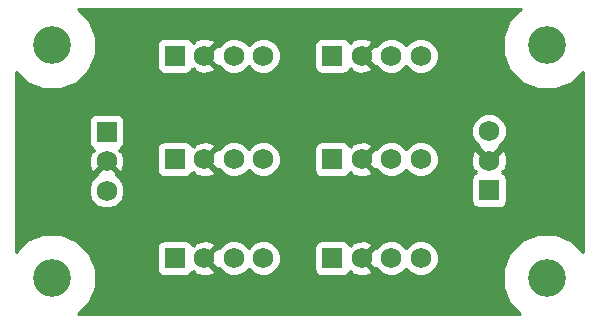
<source format=gbr>
G04 #@! TF.FileFunction,Copper,L2,Bot,Signal*
%FSLAX46Y46*%
G04 Gerber Fmt 4.6, Leading zero omitted, Abs format (unit mm)*
G04 Created by KiCad (PCBNEW 4.0.2+e4-6225~38~ubuntu15.04.1-stable) date di 02 aug 2016 05:28:45 CEST*
%MOMM*%
G01*
G04 APERTURE LIST*
%ADD10C,0.100000*%
%ADD11C,3.200000*%
%ADD12R,1.750000X1.750000*%
%ADD13C,1.750000*%
%ADD14C,0.254000*%
G04 APERTURE END LIST*
D10*
D11*
X184150000Y-130810000D03*
X184150000Y-111125000D03*
X142240000Y-130810000D03*
X142240000Y-111125000D03*
D12*
X146875500Y-118427500D03*
D13*
X146875500Y-120927500D03*
X146875500Y-123427500D03*
D12*
X179260500Y-123380500D03*
D13*
X179260500Y-120880500D03*
X179260500Y-118380500D03*
D12*
X152654000Y-112014000D03*
D13*
X155154000Y-112014000D03*
X157654000Y-112014000D03*
X160154000Y-112014000D03*
D12*
X165989000Y-112014000D03*
D13*
X168489000Y-112014000D03*
X170989000Y-112014000D03*
X173489000Y-112014000D03*
D12*
X152654000Y-120777000D03*
D13*
X155154000Y-120777000D03*
X157654000Y-120777000D03*
X160154000Y-120777000D03*
D12*
X165989000Y-120777000D03*
D13*
X168489000Y-120777000D03*
X170989000Y-120777000D03*
X173489000Y-120777000D03*
D12*
X152654000Y-129159000D03*
D13*
X155154000Y-129159000D03*
X157654000Y-129159000D03*
X160154000Y-129159000D03*
D12*
X165989000Y-129159000D03*
D13*
X168489000Y-129159000D03*
X170989000Y-129159000D03*
X173489000Y-129159000D03*
D14*
G36*
X180992246Y-109011068D02*
X180423649Y-110380402D01*
X180422355Y-111863094D01*
X180988561Y-113233418D01*
X182036068Y-114282754D01*
X183405402Y-114851351D01*
X184888094Y-114852645D01*
X186258418Y-114286439D01*
X187198000Y-113348494D01*
X187198000Y-128587945D01*
X186263932Y-127652246D01*
X184894598Y-127083649D01*
X183411906Y-127082355D01*
X182041582Y-127648561D01*
X180992246Y-128696068D01*
X180423649Y-130065402D01*
X180422355Y-131548094D01*
X180988561Y-132918418D01*
X181926506Y-133858000D01*
X144462055Y-133858000D01*
X145397754Y-132923932D01*
X145966351Y-131554598D01*
X145967645Y-130071906D01*
X145401439Y-128701582D01*
X144984585Y-128284000D01*
X151131560Y-128284000D01*
X151131560Y-130034000D01*
X151175838Y-130269317D01*
X151314910Y-130485441D01*
X151527110Y-130630431D01*
X151779000Y-130681440D01*
X153529000Y-130681440D01*
X153764317Y-130637162D01*
X153980441Y-130498090D01*
X154117994Y-130296774D01*
X154156914Y-130335694D01*
X154271546Y-130221062D01*
X154354884Y-130474953D01*
X154919306Y-130680590D01*
X155519458Y-130654579D01*
X155953116Y-130474953D01*
X156036455Y-130221060D01*
X155154000Y-129338605D01*
X155139858Y-129352748D01*
X154960253Y-129173143D01*
X154974395Y-129159000D01*
X155333605Y-129159000D01*
X156216060Y-130041455D01*
X156364648Y-129992682D01*
X156373138Y-130013229D01*
X156797537Y-130438370D01*
X157352325Y-130668738D01*
X157953040Y-130669262D01*
X158508229Y-130439862D01*
X158904318Y-130044464D01*
X159297537Y-130438370D01*
X159852325Y-130668738D01*
X160453040Y-130669262D01*
X161008229Y-130439862D01*
X161433370Y-130015463D01*
X161663738Y-129460675D01*
X161664262Y-128859960D01*
X161434862Y-128304771D01*
X161414128Y-128284000D01*
X164466560Y-128284000D01*
X164466560Y-130034000D01*
X164510838Y-130269317D01*
X164649910Y-130485441D01*
X164862110Y-130630431D01*
X165114000Y-130681440D01*
X166864000Y-130681440D01*
X167099317Y-130637162D01*
X167315441Y-130498090D01*
X167452994Y-130296774D01*
X167491914Y-130335694D01*
X167606546Y-130221062D01*
X167689884Y-130474953D01*
X168254306Y-130680590D01*
X168854458Y-130654579D01*
X169288116Y-130474953D01*
X169371455Y-130221060D01*
X168489000Y-129338605D01*
X168474858Y-129352748D01*
X168295253Y-129173143D01*
X168309395Y-129159000D01*
X168668605Y-129159000D01*
X169551060Y-130041455D01*
X169699648Y-129992682D01*
X169708138Y-130013229D01*
X170132537Y-130438370D01*
X170687325Y-130668738D01*
X171288040Y-130669262D01*
X171843229Y-130439862D01*
X172239318Y-130044464D01*
X172632537Y-130438370D01*
X173187325Y-130668738D01*
X173788040Y-130669262D01*
X174343229Y-130439862D01*
X174768370Y-130015463D01*
X174998738Y-129460675D01*
X174999262Y-128859960D01*
X174769862Y-128304771D01*
X174345463Y-127879630D01*
X173790675Y-127649262D01*
X173189960Y-127648738D01*
X172634771Y-127878138D01*
X172238682Y-128273536D01*
X171845463Y-127879630D01*
X171290675Y-127649262D01*
X170689960Y-127648738D01*
X170134771Y-127878138D01*
X169709630Y-128302537D01*
X169700108Y-128325469D01*
X169551060Y-128276545D01*
X168668605Y-129159000D01*
X168309395Y-129159000D01*
X168295253Y-129144858D01*
X168474858Y-128965253D01*
X168489000Y-128979395D01*
X169371455Y-128096940D01*
X169288116Y-127843047D01*
X168723694Y-127637410D01*
X168123542Y-127663421D01*
X167689884Y-127843047D01*
X167606546Y-128096938D01*
X167491914Y-127982306D01*
X167450864Y-128023356D01*
X167328090Y-127832559D01*
X167115890Y-127687569D01*
X166864000Y-127636560D01*
X165114000Y-127636560D01*
X164878683Y-127680838D01*
X164662559Y-127819910D01*
X164517569Y-128032110D01*
X164466560Y-128284000D01*
X161414128Y-128284000D01*
X161010463Y-127879630D01*
X160455675Y-127649262D01*
X159854960Y-127648738D01*
X159299771Y-127878138D01*
X158903682Y-128273536D01*
X158510463Y-127879630D01*
X157955675Y-127649262D01*
X157354960Y-127648738D01*
X156799771Y-127878138D01*
X156374630Y-128302537D01*
X156365108Y-128325469D01*
X156216060Y-128276545D01*
X155333605Y-129159000D01*
X154974395Y-129159000D01*
X154960253Y-129144858D01*
X155139858Y-128965253D01*
X155154000Y-128979395D01*
X156036455Y-128096940D01*
X155953116Y-127843047D01*
X155388694Y-127637410D01*
X154788542Y-127663421D01*
X154354884Y-127843047D01*
X154271546Y-128096938D01*
X154156914Y-127982306D01*
X154115864Y-128023356D01*
X153993090Y-127832559D01*
X153780890Y-127687569D01*
X153529000Y-127636560D01*
X151779000Y-127636560D01*
X151543683Y-127680838D01*
X151327559Y-127819910D01*
X151182569Y-128032110D01*
X151131560Y-128284000D01*
X144984585Y-128284000D01*
X144353932Y-127652246D01*
X142984598Y-127083649D01*
X141501906Y-127082355D01*
X140131582Y-127648561D01*
X139192000Y-128586506D01*
X139192000Y-123726540D01*
X145365238Y-123726540D01*
X145594638Y-124281729D01*
X146019037Y-124706870D01*
X146573825Y-124937238D01*
X147174540Y-124937762D01*
X147729729Y-124708362D01*
X148154870Y-124283963D01*
X148385238Y-123729175D01*
X148385762Y-123128460D01*
X148156362Y-122573271D01*
X148088710Y-122505500D01*
X177738060Y-122505500D01*
X177738060Y-124255500D01*
X177782338Y-124490817D01*
X177921410Y-124706941D01*
X178133610Y-124851931D01*
X178385500Y-124902940D01*
X180135500Y-124902940D01*
X180370817Y-124858662D01*
X180586941Y-124719590D01*
X180731931Y-124507390D01*
X180782940Y-124255500D01*
X180782940Y-122505500D01*
X180738662Y-122270183D01*
X180599590Y-122054059D01*
X180398274Y-121916506D01*
X180437194Y-121877586D01*
X180322562Y-121762954D01*
X180576453Y-121679616D01*
X180782090Y-121115194D01*
X180756079Y-120515042D01*
X180576453Y-120081384D01*
X180322560Y-119998045D01*
X179440105Y-120880500D01*
X179454248Y-120894643D01*
X179274643Y-121074248D01*
X179260500Y-121060105D01*
X179246358Y-121074248D01*
X179066753Y-120894643D01*
X179080895Y-120880500D01*
X178198440Y-119998045D01*
X177944547Y-120081384D01*
X177738910Y-120645806D01*
X177764921Y-121245958D01*
X177944547Y-121679616D01*
X178198438Y-121762954D01*
X178083806Y-121877586D01*
X178124856Y-121918636D01*
X177934059Y-122041410D01*
X177789069Y-122253610D01*
X177738060Y-122505500D01*
X148088710Y-122505500D01*
X147731963Y-122148130D01*
X147709031Y-122138608D01*
X147757955Y-121989560D01*
X146875500Y-121107105D01*
X145993045Y-121989560D01*
X146041818Y-122138148D01*
X146021271Y-122146638D01*
X145596130Y-122571037D01*
X145365762Y-123125825D01*
X145365238Y-123726540D01*
X139192000Y-123726540D01*
X139192000Y-117552500D01*
X145353060Y-117552500D01*
X145353060Y-119302500D01*
X145397338Y-119537817D01*
X145536410Y-119753941D01*
X145737726Y-119891494D01*
X145698806Y-119930414D01*
X145813438Y-120045046D01*
X145559547Y-120128384D01*
X145353910Y-120692806D01*
X145379921Y-121292958D01*
X145559547Y-121726616D01*
X145813440Y-121809955D01*
X146695895Y-120927500D01*
X146681753Y-120913358D01*
X146861358Y-120733753D01*
X146875500Y-120747895D01*
X146889643Y-120733753D01*
X147069248Y-120913358D01*
X147055105Y-120927500D01*
X147937560Y-121809955D01*
X148191453Y-121726616D01*
X148397090Y-121162194D01*
X148371079Y-120562042D01*
X148191453Y-120128384D01*
X147937562Y-120045046D01*
X148052194Y-119930414D01*
X148023780Y-119902000D01*
X151131560Y-119902000D01*
X151131560Y-121652000D01*
X151175838Y-121887317D01*
X151314910Y-122103441D01*
X151527110Y-122248431D01*
X151779000Y-122299440D01*
X153529000Y-122299440D01*
X153764317Y-122255162D01*
X153980441Y-122116090D01*
X154117994Y-121914774D01*
X154156914Y-121953694D01*
X154271546Y-121839062D01*
X154354884Y-122092953D01*
X154919306Y-122298590D01*
X155519458Y-122272579D01*
X155953116Y-122092953D01*
X156036455Y-121839060D01*
X155154000Y-120956605D01*
X155139858Y-120970748D01*
X154960253Y-120791143D01*
X154974395Y-120777000D01*
X155333605Y-120777000D01*
X156216060Y-121659455D01*
X156364648Y-121610682D01*
X156373138Y-121631229D01*
X156797537Y-122056370D01*
X157352325Y-122286738D01*
X157953040Y-122287262D01*
X158508229Y-122057862D01*
X158904318Y-121662464D01*
X159297537Y-122056370D01*
X159852325Y-122286738D01*
X160453040Y-122287262D01*
X161008229Y-122057862D01*
X161433370Y-121633463D01*
X161663738Y-121078675D01*
X161664262Y-120477960D01*
X161434862Y-119922771D01*
X161414128Y-119902000D01*
X164466560Y-119902000D01*
X164466560Y-121652000D01*
X164510838Y-121887317D01*
X164649910Y-122103441D01*
X164862110Y-122248431D01*
X165114000Y-122299440D01*
X166864000Y-122299440D01*
X167099317Y-122255162D01*
X167315441Y-122116090D01*
X167452994Y-121914774D01*
X167491914Y-121953694D01*
X167606546Y-121839062D01*
X167689884Y-122092953D01*
X168254306Y-122298590D01*
X168854458Y-122272579D01*
X169288116Y-122092953D01*
X169371455Y-121839060D01*
X168489000Y-120956605D01*
X168474858Y-120970748D01*
X168295253Y-120791143D01*
X168309395Y-120777000D01*
X168668605Y-120777000D01*
X169551060Y-121659455D01*
X169699648Y-121610682D01*
X169708138Y-121631229D01*
X170132537Y-122056370D01*
X170687325Y-122286738D01*
X171288040Y-122287262D01*
X171843229Y-122057862D01*
X172239318Y-121662464D01*
X172632537Y-122056370D01*
X173187325Y-122286738D01*
X173788040Y-122287262D01*
X174343229Y-122057862D01*
X174768370Y-121633463D01*
X174998738Y-121078675D01*
X174999262Y-120477960D01*
X174769862Y-119922771D01*
X174345463Y-119497630D01*
X173790675Y-119267262D01*
X173189960Y-119266738D01*
X172634771Y-119496138D01*
X172238682Y-119891536D01*
X171845463Y-119497630D01*
X171290675Y-119267262D01*
X170689960Y-119266738D01*
X170134771Y-119496138D01*
X169709630Y-119920537D01*
X169700108Y-119943469D01*
X169551060Y-119894545D01*
X168668605Y-120777000D01*
X168309395Y-120777000D01*
X168295253Y-120762858D01*
X168474858Y-120583253D01*
X168489000Y-120597395D01*
X169371455Y-119714940D01*
X169288116Y-119461047D01*
X168723694Y-119255410D01*
X168123542Y-119281421D01*
X167689884Y-119461047D01*
X167606546Y-119714938D01*
X167491914Y-119600306D01*
X167450864Y-119641356D01*
X167328090Y-119450559D01*
X167115890Y-119305569D01*
X166864000Y-119254560D01*
X165114000Y-119254560D01*
X164878683Y-119298838D01*
X164662559Y-119437910D01*
X164517569Y-119650110D01*
X164466560Y-119902000D01*
X161414128Y-119902000D01*
X161010463Y-119497630D01*
X160455675Y-119267262D01*
X159854960Y-119266738D01*
X159299771Y-119496138D01*
X158903682Y-119891536D01*
X158510463Y-119497630D01*
X157955675Y-119267262D01*
X157354960Y-119266738D01*
X156799771Y-119496138D01*
X156374630Y-119920537D01*
X156365108Y-119943469D01*
X156216060Y-119894545D01*
X155333605Y-120777000D01*
X154974395Y-120777000D01*
X154960253Y-120762858D01*
X155139858Y-120583253D01*
X155154000Y-120597395D01*
X156036455Y-119714940D01*
X155953116Y-119461047D01*
X155388694Y-119255410D01*
X154788542Y-119281421D01*
X154354884Y-119461047D01*
X154271546Y-119714938D01*
X154156914Y-119600306D01*
X154115864Y-119641356D01*
X153993090Y-119450559D01*
X153780890Y-119305569D01*
X153529000Y-119254560D01*
X151779000Y-119254560D01*
X151543683Y-119298838D01*
X151327559Y-119437910D01*
X151182569Y-119650110D01*
X151131560Y-119902000D01*
X148023780Y-119902000D01*
X148011144Y-119889364D01*
X148201941Y-119766590D01*
X148346931Y-119554390D01*
X148397940Y-119302500D01*
X148397940Y-118679540D01*
X177750238Y-118679540D01*
X177979638Y-119234729D01*
X178404037Y-119659870D01*
X178426969Y-119669392D01*
X178378045Y-119818440D01*
X179260500Y-120700895D01*
X180142955Y-119818440D01*
X180094182Y-119669852D01*
X180114729Y-119661362D01*
X180539870Y-119236963D01*
X180770238Y-118682175D01*
X180770762Y-118081460D01*
X180541362Y-117526271D01*
X180116963Y-117101130D01*
X179562175Y-116870762D01*
X178961460Y-116870238D01*
X178406271Y-117099638D01*
X177981130Y-117524037D01*
X177750762Y-118078825D01*
X177750238Y-118679540D01*
X148397940Y-118679540D01*
X148397940Y-117552500D01*
X148353662Y-117317183D01*
X148214590Y-117101059D01*
X148002390Y-116956069D01*
X147750500Y-116905060D01*
X146000500Y-116905060D01*
X145765183Y-116949338D01*
X145549059Y-117088410D01*
X145404069Y-117300610D01*
X145353060Y-117552500D01*
X139192000Y-117552500D01*
X139192000Y-113347055D01*
X140126068Y-114282754D01*
X141495402Y-114851351D01*
X142978094Y-114852645D01*
X144348418Y-114286439D01*
X145397754Y-113238932D01*
X145966351Y-111869598D01*
X145966988Y-111139000D01*
X151131560Y-111139000D01*
X151131560Y-112889000D01*
X151175838Y-113124317D01*
X151314910Y-113340441D01*
X151527110Y-113485431D01*
X151779000Y-113536440D01*
X153529000Y-113536440D01*
X153764317Y-113492162D01*
X153980441Y-113353090D01*
X154117994Y-113151774D01*
X154156914Y-113190694D01*
X154271546Y-113076062D01*
X154354884Y-113329953D01*
X154919306Y-113535590D01*
X155519458Y-113509579D01*
X155953116Y-113329953D01*
X156036455Y-113076060D01*
X155154000Y-112193605D01*
X155139858Y-112207748D01*
X154960253Y-112028143D01*
X154974395Y-112014000D01*
X155333605Y-112014000D01*
X156216060Y-112896455D01*
X156364648Y-112847682D01*
X156373138Y-112868229D01*
X156797537Y-113293370D01*
X157352325Y-113523738D01*
X157953040Y-113524262D01*
X158508229Y-113294862D01*
X158904318Y-112899464D01*
X159297537Y-113293370D01*
X159852325Y-113523738D01*
X160453040Y-113524262D01*
X161008229Y-113294862D01*
X161433370Y-112870463D01*
X161663738Y-112315675D01*
X161664262Y-111714960D01*
X161434862Y-111159771D01*
X161414128Y-111139000D01*
X164466560Y-111139000D01*
X164466560Y-112889000D01*
X164510838Y-113124317D01*
X164649910Y-113340441D01*
X164862110Y-113485431D01*
X165114000Y-113536440D01*
X166864000Y-113536440D01*
X167099317Y-113492162D01*
X167315441Y-113353090D01*
X167452994Y-113151774D01*
X167491914Y-113190694D01*
X167606546Y-113076062D01*
X167689884Y-113329953D01*
X168254306Y-113535590D01*
X168854458Y-113509579D01*
X169288116Y-113329953D01*
X169371455Y-113076060D01*
X168489000Y-112193605D01*
X168474858Y-112207748D01*
X168295253Y-112028143D01*
X168309395Y-112014000D01*
X168668605Y-112014000D01*
X169551060Y-112896455D01*
X169699648Y-112847682D01*
X169708138Y-112868229D01*
X170132537Y-113293370D01*
X170687325Y-113523738D01*
X171288040Y-113524262D01*
X171843229Y-113294862D01*
X172239318Y-112899464D01*
X172632537Y-113293370D01*
X173187325Y-113523738D01*
X173788040Y-113524262D01*
X174343229Y-113294862D01*
X174768370Y-112870463D01*
X174998738Y-112315675D01*
X174999262Y-111714960D01*
X174769862Y-111159771D01*
X174345463Y-110734630D01*
X173790675Y-110504262D01*
X173189960Y-110503738D01*
X172634771Y-110733138D01*
X172238682Y-111128536D01*
X171845463Y-110734630D01*
X171290675Y-110504262D01*
X170689960Y-110503738D01*
X170134771Y-110733138D01*
X169709630Y-111157537D01*
X169700108Y-111180469D01*
X169551060Y-111131545D01*
X168668605Y-112014000D01*
X168309395Y-112014000D01*
X168295253Y-111999858D01*
X168474858Y-111820253D01*
X168489000Y-111834395D01*
X169371455Y-110951940D01*
X169288116Y-110698047D01*
X168723694Y-110492410D01*
X168123542Y-110518421D01*
X167689884Y-110698047D01*
X167606546Y-110951938D01*
X167491914Y-110837306D01*
X167450864Y-110878356D01*
X167328090Y-110687559D01*
X167115890Y-110542569D01*
X166864000Y-110491560D01*
X165114000Y-110491560D01*
X164878683Y-110535838D01*
X164662559Y-110674910D01*
X164517569Y-110887110D01*
X164466560Y-111139000D01*
X161414128Y-111139000D01*
X161010463Y-110734630D01*
X160455675Y-110504262D01*
X159854960Y-110503738D01*
X159299771Y-110733138D01*
X158903682Y-111128536D01*
X158510463Y-110734630D01*
X157955675Y-110504262D01*
X157354960Y-110503738D01*
X156799771Y-110733138D01*
X156374630Y-111157537D01*
X156365108Y-111180469D01*
X156216060Y-111131545D01*
X155333605Y-112014000D01*
X154974395Y-112014000D01*
X154960253Y-111999858D01*
X155139858Y-111820253D01*
X155154000Y-111834395D01*
X156036455Y-110951940D01*
X155953116Y-110698047D01*
X155388694Y-110492410D01*
X154788542Y-110518421D01*
X154354884Y-110698047D01*
X154271546Y-110951938D01*
X154156914Y-110837306D01*
X154115864Y-110878356D01*
X153993090Y-110687559D01*
X153780890Y-110542569D01*
X153529000Y-110491560D01*
X151779000Y-110491560D01*
X151543683Y-110535838D01*
X151327559Y-110674910D01*
X151182569Y-110887110D01*
X151131560Y-111139000D01*
X145966988Y-111139000D01*
X145967645Y-110386906D01*
X145401439Y-109016582D01*
X144463494Y-108077000D01*
X181927945Y-108077000D01*
X180992246Y-109011068D01*
X180992246Y-109011068D01*
G37*
X180992246Y-109011068D02*
X180423649Y-110380402D01*
X180422355Y-111863094D01*
X180988561Y-113233418D01*
X182036068Y-114282754D01*
X183405402Y-114851351D01*
X184888094Y-114852645D01*
X186258418Y-114286439D01*
X187198000Y-113348494D01*
X187198000Y-128587945D01*
X186263932Y-127652246D01*
X184894598Y-127083649D01*
X183411906Y-127082355D01*
X182041582Y-127648561D01*
X180992246Y-128696068D01*
X180423649Y-130065402D01*
X180422355Y-131548094D01*
X180988561Y-132918418D01*
X181926506Y-133858000D01*
X144462055Y-133858000D01*
X145397754Y-132923932D01*
X145966351Y-131554598D01*
X145967645Y-130071906D01*
X145401439Y-128701582D01*
X144984585Y-128284000D01*
X151131560Y-128284000D01*
X151131560Y-130034000D01*
X151175838Y-130269317D01*
X151314910Y-130485441D01*
X151527110Y-130630431D01*
X151779000Y-130681440D01*
X153529000Y-130681440D01*
X153764317Y-130637162D01*
X153980441Y-130498090D01*
X154117994Y-130296774D01*
X154156914Y-130335694D01*
X154271546Y-130221062D01*
X154354884Y-130474953D01*
X154919306Y-130680590D01*
X155519458Y-130654579D01*
X155953116Y-130474953D01*
X156036455Y-130221060D01*
X155154000Y-129338605D01*
X155139858Y-129352748D01*
X154960253Y-129173143D01*
X154974395Y-129159000D01*
X155333605Y-129159000D01*
X156216060Y-130041455D01*
X156364648Y-129992682D01*
X156373138Y-130013229D01*
X156797537Y-130438370D01*
X157352325Y-130668738D01*
X157953040Y-130669262D01*
X158508229Y-130439862D01*
X158904318Y-130044464D01*
X159297537Y-130438370D01*
X159852325Y-130668738D01*
X160453040Y-130669262D01*
X161008229Y-130439862D01*
X161433370Y-130015463D01*
X161663738Y-129460675D01*
X161664262Y-128859960D01*
X161434862Y-128304771D01*
X161414128Y-128284000D01*
X164466560Y-128284000D01*
X164466560Y-130034000D01*
X164510838Y-130269317D01*
X164649910Y-130485441D01*
X164862110Y-130630431D01*
X165114000Y-130681440D01*
X166864000Y-130681440D01*
X167099317Y-130637162D01*
X167315441Y-130498090D01*
X167452994Y-130296774D01*
X167491914Y-130335694D01*
X167606546Y-130221062D01*
X167689884Y-130474953D01*
X168254306Y-130680590D01*
X168854458Y-130654579D01*
X169288116Y-130474953D01*
X169371455Y-130221060D01*
X168489000Y-129338605D01*
X168474858Y-129352748D01*
X168295253Y-129173143D01*
X168309395Y-129159000D01*
X168668605Y-129159000D01*
X169551060Y-130041455D01*
X169699648Y-129992682D01*
X169708138Y-130013229D01*
X170132537Y-130438370D01*
X170687325Y-130668738D01*
X171288040Y-130669262D01*
X171843229Y-130439862D01*
X172239318Y-130044464D01*
X172632537Y-130438370D01*
X173187325Y-130668738D01*
X173788040Y-130669262D01*
X174343229Y-130439862D01*
X174768370Y-130015463D01*
X174998738Y-129460675D01*
X174999262Y-128859960D01*
X174769862Y-128304771D01*
X174345463Y-127879630D01*
X173790675Y-127649262D01*
X173189960Y-127648738D01*
X172634771Y-127878138D01*
X172238682Y-128273536D01*
X171845463Y-127879630D01*
X171290675Y-127649262D01*
X170689960Y-127648738D01*
X170134771Y-127878138D01*
X169709630Y-128302537D01*
X169700108Y-128325469D01*
X169551060Y-128276545D01*
X168668605Y-129159000D01*
X168309395Y-129159000D01*
X168295253Y-129144858D01*
X168474858Y-128965253D01*
X168489000Y-128979395D01*
X169371455Y-128096940D01*
X169288116Y-127843047D01*
X168723694Y-127637410D01*
X168123542Y-127663421D01*
X167689884Y-127843047D01*
X167606546Y-128096938D01*
X167491914Y-127982306D01*
X167450864Y-128023356D01*
X167328090Y-127832559D01*
X167115890Y-127687569D01*
X166864000Y-127636560D01*
X165114000Y-127636560D01*
X164878683Y-127680838D01*
X164662559Y-127819910D01*
X164517569Y-128032110D01*
X164466560Y-128284000D01*
X161414128Y-128284000D01*
X161010463Y-127879630D01*
X160455675Y-127649262D01*
X159854960Y-127648738D01*
X159299771Y-127878138D01*
X158903682Y-128273536D01*
X158510463Y-127879630D01*
X157955675Y-127649262D01*
X157354960Y-127648738D01*
X156799771Y-127878138D01*
X156374630Y-128302537D01*
X156365108Y-128325469D01*
X156216060Y-128276545D01*
X155333605Y-129159000D01*
X154974395Y-129159000D01*
X154960253Y-129144858D01*
X155139858Y-128965253D01*
X155154000Y-128979395D01*
X156036455Y-128096940D01*
X155953116Y-127843047D01*
X155388694Y-127637410D01*
X154788542Y-127663421D01*
X154354884Y-127843047D01*
X154271546Y-128096938D01*
X154156914Y-127982306D01*
X154115864Y-128023356D01*
X153993090Y-127832559D01*
X153780890Y-127687569D01*
X153529000Y-127636560D01*
X151779000Y-127636560D01*
X151543683Y-127680838D01*
X151327559Y-127819910D01*
X151182569Y-128032110D01*
X151131560Y-128284000D01*
X144984585Y-128284000D01*
X144353932Y-127652246D01*
X142984598Y-127083649D01*
X141501906Y-127082355D01*
X140131582Y-127648561D01*
X139192000Y-128586506D01*
X139192000Y-123726540D01*
X145365238Y-123726540D01*
X145594638Y-124281729D01*
X146019037Y-124706870D01*
X146573825Y-124937238D01*
X147174540Y-124937762D01*
X147729729Y-124708362D01*
X148154870Y-124283963D01*
X148385238Y-123729175D01*
X148385762Y-123128460D01*
X148156362Y-122573271D01*
X148088710Y-122505500D01*
X177738060Y-122505500D01*
X177738060Y-124255500D01*
X177782338Y-124490817D01*
X177921410Y-124706941D01*
X178133610Y-124851931D01*
X178385500Y-124902940D01*
X180135500Y-124902940D01*
X180370817Y-124858662D01*
X180586941Y-124719590D01*
X180731931Y-124507390D01*
X180782940Y-124255500D01*
X180782940Y-122505500D01*
X180738662Y-122270183D01*
X180599590Y-122054059D01*
X180398274Y-121916506D01*
X180437194Y-121877586D01*
X180322562Y-121762954D01*
X180576453Y-121679616D01*
X180782090Y-121115194D01*
X180756079Y-120515042D01*
X180576453Y-120081384D01*
X180322560Y-119998045D01*
X179440105Y-120880500D01*
X179454248Y-120894643D01*
X179274643Y-121074248D01*
X179260500Y-121060105D01*
X179246358Y-121074248D01*
X179066753Y-120894643D01*
X179080895Y-120880500D01*
X178198440Y-119998045D01*
X177944547Y-120081384D01*
X177738910Y-120645806D01*
X177764921Y-121245958D01*
X177944547Y-121679616D01*
X178198438Y-121762954D01*
X178083806Y-121877586D01*
X178124856Y-121918636D01*
X177934059Y-122041410D01*
X177789069Y-122253610D01*
X177738060Y-122505500D01*
X148088710Y-122505500D01*
X147731963Y-122148130D01*
X147709031Y-122138608D01*
X147757955Y-121989560D01*
X146875500Y-121107105D01*
X145993045Y-121989560D01*
X146041818Y-122138148D01*
X146021271Y-122146638D01*
X145596130Y-122571037D01*
X145365762Y-123125825D01*
X145365238Y-123726540D01*
X139192000Y-123726540D01*
X139192000Y-117552500D01*
X145353060Y-117552500D01*
X145353060Y-119302500D01*
X145397338Y-119537817D01*
X145536410Y-119753941D01*
X145737726Y-119891494D01*
X145698806Y-119930414D01*
X145813438Y-120045046D01*
X145559547Y-120128384D01*
X145353910Y-120692806D01*
X145379921Y-121292958D01*
X145559547Y-121726616D01*
X145813440Y-121809955D01*
X146695895Y-120927500D01*
X146681753Y-120913358D01*
X146861358Y-120733753D01*
X146875500Y-120747895D01*
X146889643Y-120733753D01*
X147069248Y-120913358D01*
X147055105Y-120927500D01*
X147937560Y-121809955D01*
X148191453Y-121726616D01*
X148397090Y-121162194D01*
X148371079Y-120562042D01*
X148191453Y-120128384D01*
X147937562Y-120045046D01*
X148052194Y-119930414D01*
X148023780Y-119902000D01*
X151131560Y-119902000D01*
X151131560Y-121652000D01*
X151175838Y-121887317D01*
X151314910Y-122103441D01*
X151527110Y-122248431D01*
X151779000Y-122299440D01*
X153529000Y-122299440D01*
X153764317Y-122255162D01*
X153980441Y-122116090D01*
X154117994Y-121914774D01*
X154156914Y-121953694D01*
X154271546Y-121839062D01*
X154354884Y-122092953D01*
X154919306Y-122298590D01*
X155519458Y-122272579D01*
X155953116Y-122092953D01*
X156036455Y-121839060D01*
X155154000Y-120956605D01*
X155139858Y-120970748D01*
X154960253Y-120791143D01*
X154974395Y-120777000D01*
X155333605Y-120777000D01*
X156216060Y-121659455D01*
X156364648Y-121610682D01*
X156373138Y-121631229D01*
X156797537Y-122056370D01*
X157352325Y-122286738D01*
X157953040Y-122287262D01*
X158508229Y-122057862D01*
X158904318Y-121662464D01*
X159297537Y-122056370D01*
X159852325Y-122286738D01*
X160453040Y-122287262D01*
X161008229Y-122057862D01*
X161433370Y-121633463D01*
X161663738Y-121078675D01*
X161664262Y-120477960D01*
X161434862Y-119922771D01*
X161414128Y-119902000D01*
X164466560Y-119902000D01*
X164466560Y-121652000D01*
X164510838Y-121887317D01*
X164649910Y-122103441D01*
X164862110Y-122248431D01*
X165114000Y-122299440D01*
X166864000Y-122299440D01*
X167099317Y-122255162D01*
X167315441Y-122116090D01*
X167452994Y-121914774D01*
X167491914Y-121953694D01*
X167606546Y-121839062D01*
X167689884Y-122092953D01*
X168254306Y-122298590D01*
X168854458Y-122272579D01*
X169288116Y-122092953D01*
X169371455Y-121839060D01*
X168489000Y-120956605D01*
X168474858Y-120970748D01*
X168295253Y-120791143D01*
X168309395Y-120777000D01*
X168668605Y-120777000D01*
X169551060Y-121659455D01*
X169699648Y-121610682D01*
X169708138Y-121631229D01*
X170132537Y-122056370D01*
X170687325Y-122286738D01*
X171288040Y-122287262D01*
X171843229Y-122057862D01*
X172239318Y-121662464D01*
X172632537Y-122056370D01*
X173187325Y-122286738D01*
X173788040Y-122287262D01*
X174343229Y-122057862D01*
X174768370Y-121633463D01*
X174998738Y-121078675D01*
X174999262Y-120477960D01*
X174769862Y-119922771D01*
X174345463Y-119497630D01*
X173790675Y-119267262D01*
X173189960Y-119266738D01*
X172634771Y-119496138D01*
X172238682Y-119891536D01*
X171845463Y-119497630D01*
X171290675Y-119267262D01*
X170689960Y-119266738D01*
X170134771Y-119496138D01*
X169709630Y-119920537D01*
X169700108Y-119943469D01*
X169551060Y-119894545D01*
X168668605Y-120777000D01*
X168309395Y-120777000D01*
X168295253Y-120762858D01*
X168474858Y-120583253D01*
X168489000Y-120597395D01*
X169371455Y-119714940D01*
X169288116Y-119461047D01*
X168723694Y-119255410D01*
X168123542Y-119281421D01*
X167689884Y-119461047D01*
X167606546Y-119714938D01*
X167491914Y-119600306D01*
X167450864Y-119641356D01*
X167328090Y-119450559D01*
X167115890Y-119305569D01*
X166864000Y-119254560D01*
X165114000Y-119254560D01*
X164878683Y-119298838D01*
X164662559Y-119437910D01*
X164517569Y-119650110D01*
X164466560Y-119902000D01*
X161414128Y-119902000D01*
X161010463Y-119497630D01*
X160455675Y-119267262D01*
X159854960Y-119266738D01*
X159299771Y-119496138D01*
X158903682Y-119891536D01*
X158510463Y-119497630D01*
X157955675Y-119267262D01*
X157354960Y-119266738D01*
X156799771Y-119496138D01*
X156374630Y-119920537D01*
X156365108Y-119943469D01*
X156216060Y-119894545D01*
X155333605Y-120777000D01*
X154974395Y-120777000D01*
X154960253Y-120762858D01*
X155139858Y-120583253D01*
X155154000Y-120597395D01*
X156036455Y-119714940D01*
X155953116Y-119461047D01*
X155388694Y-119255410D01*
X154788542Y-119281421D01*
X154354884Y-119461047D01*
X154271546Y-119714938D01*
X154156914Y-119600306D01*
X154115864Y-119641356D01*
X153993090Y-119450559D01*
X153780890Y-119305569D01*
X153529000Y-119254560D01*
X151779000Y-119254560D01*
X151543683Y-119298838D01*
X151327559Y-119437910D01*
X151182569Y-119650110D01*
X151131560Y-119902000D01*
X148023780Y-119902000D01*
X148011144Y-119889364D01*
X148201941Y-119766590D01*
X148346931Y-119554390D01*
X148397940Y-119302500D01*
X148397940Y-118679540D01*
X177750238Y-118679540D01*
X177979638Y-119234729D01*
X178404037Y-119659870D01*
X178426969Y-119669392D01*
X178378045Y-119818440D01*
X179260500Y-120700895D01*
X180142955Y-119818440D01*
X180094182Y-119669852D01*
X180114729Y-119661362D01*
X180539870Y-119236963D01*
X180770238Y-118682175D01*
X180770762Y-118081460D01*
X180541362Y-117526271D01*
X180116963Y-117101130D01*
X179562175Y-116870762D01*
X178961460Y-116870238D01*
X178406271Y-117099638D01*
X177981130Y-117524037D01*
X177750762Y-118078825D01*
X177750238Y-118679540D01*
X148397940Y-118679540D01*
X148397940Y-117552500D01*
X148353662Y-117317183D01*
X148214590Y-117101059D01*
X148002390Y-116956069D01*
X147750500Y-116905060D01*
X146000500Y-116905060D01*
X145765183Y-116949338D01*
X145549059Y-117088410D01*
X145404069Y-117300610D01*
X145353060Y-117552500D01*
X139192000Y-117552500D01*
X139192000Y-113347055D01*
X140126068Y-114282754D01*
X141495402Y-114851351D01*
X142978094Y-114852645D01*
X144348418Y-114286439D01*
X145397754Y-113238932D01*
X145966351Y-111869598D01*
X145966988Y-111139000D01*
X151131560Y-111139000D01*
X151131560Y-112889000D01*
X151175838Y-113124317D01*
X151314910Y-113340441D01*
X151527110Y-113485431D01*
X151779000Y-113536440D01*
X153529000Y-113536440D01*
X153764317Y-113492162D01*
X153980441Y-113353090D01*
X154117994Y-113151774D01*
X154156914Y-113190694D01*
X154271546Y-113076062D01*
X154354884Y-113329953D01*
X154919306Y-113535590D01*
X155519458Y-113509579D01*
X155953116Y-113329953D01*
X156036455Y-113076060D01*
X155154000Y-112193605D01*
X155139858Y-112207748D01*
X154960253Y-112028143D01*
X154974395Y-112014000D01*
X155333605Y-112014000D01*
X156216060Y-112896455D01*
X156364648Y-112847682D01*
X156373138Y-112868229D01*
X156797537Y-113293370D01*
X157352325Y-113523738D01*
X157953040Y-113524262D01*
X158508229Y-113294862D01*
X158904318Y-112899464D01*
X159297537Y-113293370D01*
X159852325Y-113523738D01*
X160453040Y-113524262D01*
X161008229Y-113294862D01*
X161433370Y-112870463D01*
X161663738Y-112315675D01*
X161664262Y-111714960D01*
X161434862Y-111159771D01*
X161414128Y-111139000D01*
X164466560Y-111139000D01*
X164466560Y-112889000D01*
X164510838Y-113124317D01*
X164649910Y-113340441D01*
X164862110Y-113485431D01*
X165114000Y-113536440D01*
X166864000Y-113536440D01*
X167099317Y-113492162D01*
X167315441Y-113353090D01*
X167452994Y-113151774D01*
X167491914Y-113190694D01*
X167606546Y-113076062D01*
X167689884Y-113329953D01*
X168254306Y-113535590D01*
X168854458Y-113509579D01*
X169288116Y-113329953D01*
X169371455Y-113076060D01*
X168489000Y-112193605D01*
X168474858Y-112207748D01*
X168295253Y-112028143D01*
X168309395Y-112014000D01*
X168668605Y-112014000D01*
X169551060Y-112896455D01*
X169699648Y-112847682D01*
X169708138Y-112868229D01*
X170132537Y-113293370D01*
X170687325Y-113523738D01*
X171288040Y-113524262D01*
X171843229Y-113294862D01*
X172239318Y-112899464D01*
X172632537Y-113293370D01*
X173187325Y-113523738D01*
X173788040Y-113524262D01*
X174343229Y-113294862D01*
X174768370Y-112870463D01*
X174998738Y-112315675D01*
X174999262Y-111714960D01*
X174769862Y-111159771D01*
X174345463Y-110734630D01*
X173790675Y-110504262D01*
X173189960Y-110503738D01*
X172634771Y-110733138D01*
X172238682Y-111128536D01*
X171845463Y-110734630D01*
X171290675Y-110504262D01*
X170689960Y-110503738D01*
X170134771Y-110733138D01*
X169709630Y-111157537D01*
X169700108Y-111180469D01*
X169551060Y-111131545D01*
X168668605Y-112014000D01*
X168309395Y-112014000D01*
X168295253Y-111999858D01*
X168474858Y-111820253D01*
X168489000Y-111834395D01*
X169371455Y-110951940D01*
X169288116Y-110698047D01*
X168723694Y-110492410D01*
X168123542Y-110518421D01*
X167689884Y-110698047D01*
X167606546Y-110951938D01*
X167491914Y-110837306D01*
X167450864Y-110878356D01*
X167328090Y-110687559D01*
X167115890Y-110542569D01*
X166864000Y-110491560D01*
X165114000Y-110491560D01*
X164878683Y-110535838D01*
X164662559Y-110674910D01*
X164517569Y-110887110D01*
X164466560Y-111139000D01*
X161414128Y-111139000D01*
X161010463Y-110734630D01*
X160455675Y-110504262D01*
X159854960Y-110503738D01*
X159299771Y-110733138D01*
X158903682Y-111128536D01*
X158510463Y-110734630D01*
X157955675Y-110504262D01*
X157354960Y-110503738D01*
X156799771Y-110733138D01*
X156374630Y-111157537D01*
X156365108Y-111180469D01*
X156216060Y-111131545D01*
X155333605Y-112014000D01*
X154974395Y-112014000D01*
X154960253Y-111999858D01*
X155139858Y-111820253D01*
X155154000Y-111834395D01*
X156036455Y-110951940D01*
X155953116Y-110698047D01*
X155388694Y-110492410D01*
X154788542Y-110518421D01*
X154354884Y-110698047D01*
X154271546Y-110951938D01*
X154156914Y-110837306D01*
X154115864Y-110878356D01*
X153993090Y-110687559D01*
X153780890Y-110542569D01*
X153529000Y-110491560D01*
X151779000Y-110491560D01*
X151543683Y-110535838D01*
X151327559Y-110674910D01*
X151182569Y-110887110D01*
X151131560Y-111139000D01*
X145966988Y-111139000D01*
X145967645Y-110386906D01*
X145401439Y-109016582D01*
X144463494Y-108077000D01*
X181927945Y-108077000D01*
X180992246Y-109011068D01*
M02*

</source>
